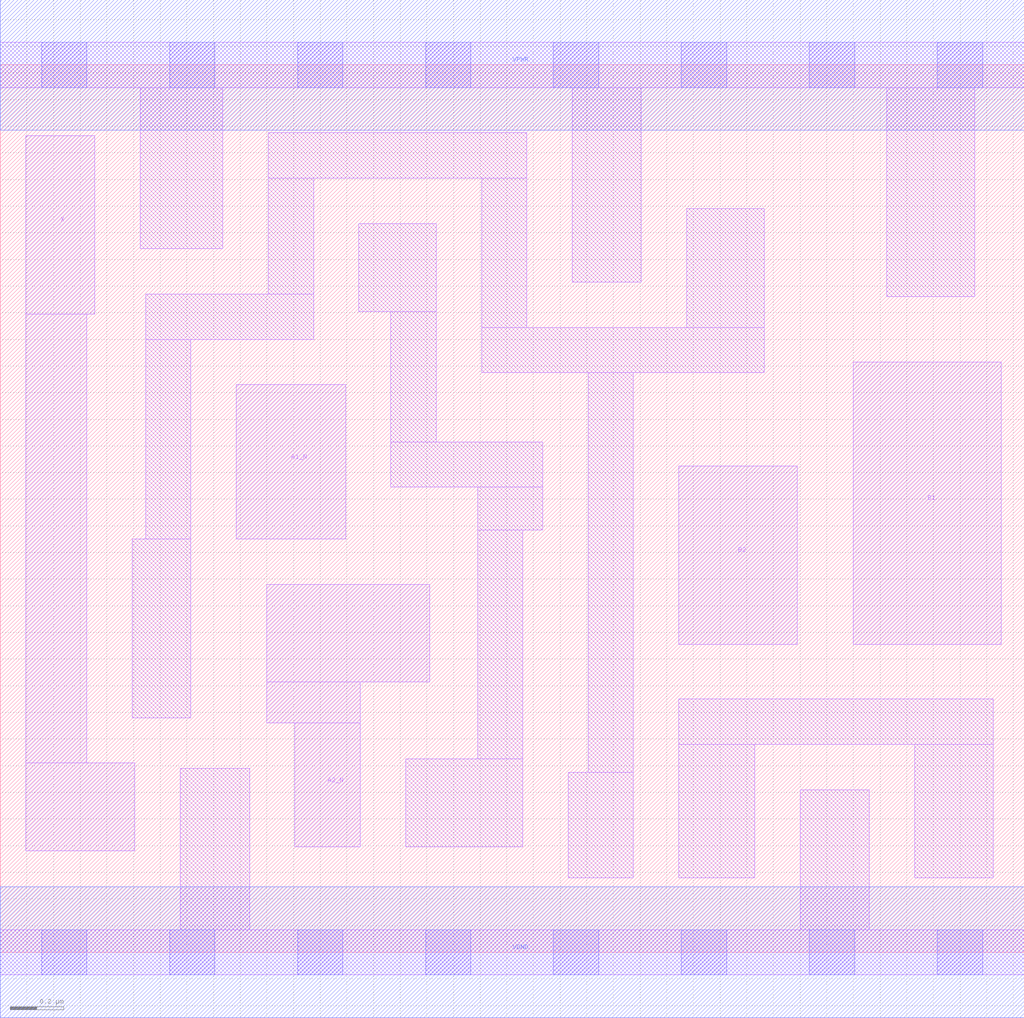
<source format=lef>
# Copyright 2020 The SkyWater PDK Authors
#
# Licensed under the Apache License, Version 2.0 (the "License");
# you may not use this file except in compliance with the License.
# You may obtain a copy of the License at
#
#     https://www.apache.org/licenses/LICENSE-2.0
#
# Unless required by applicable law or agreed to in writing, software
# distributed under the License is distributed on an "AS IS" BASIS,
# WITHOUT WARRANTIES OR CONDITIONS OF ANY KIND, either express or implied.
# See the License for the specific language governing permissions and
# limitations under the License.
#
# SPDX-License-Identifier: Apache-2.0

VERSION 5.7 ;
  NAMESCASESENSITIVE ON ;
  NOWIREEXTENSIONATPIN ON ;
  DIVIDERCHAR "/" ;
  BUSBITCHARS "[]" ;
UNITS
  DATABASE MICRONS 200 ;
END UNITS
MACRO sky130_fd_sc_lp__o2bb2a_0
  CLASS CORE ;
  SOURCE USER ;
  FOREIGN sky130_fd_sc_lp__o2bb2a_0 ;
  ORIGIN  0.000000  0.000000 ;
  SIZE  3.840000 BY  3.330000 ;
  SYMMETRY X Y R90 ;
  SITE unit ;
  PIN A1_N
    ANTENNAGATEAREA  0.126000 ;
    DIRECTION INPUT ;
    USE SIGNAL ;
    PORT
      LAYER li1 ;
        RECT 0.885000 1.550000 1.295000 2.130000 ;
    END
  END A1_N
  PIN A2_N
    ANTENNAGATEAREA  0.126000 ;
    DIRECTION INPUT ;
    USE SIGNAL ;
    PORT
      LAYER li1 ;
        RECT 1.000000 0.860000 1.350000 1.015000 ;
        RECT 1.000000 1.015000 1.610000 1.380000 ;
        RECT 1.105000 0.395000 1.350000 0.860000 ;
    END
  END A2_N
  PIN B1
    ANTENNAGATEAREA  0.126000 ;
    DIRECTION INPUT ;
    USE SIGNAL ;
    PORT
      LAYER li1 ;
        RECT 3.200000 1.155000 3.755000 2.215000 ;
    END
  END B1
  PIN B2
    ANTENNAGATEAREA  0.126000 ;
    DIRECTION INPUT ;
    USE SIGNAL ;
    PORT
      LAYER li1 ;
        RECT 2.545000 1.155000 2.990000 1.825000 ;
    END
  END B2
  PIN X
    ANTENNADIFFAREA  0.280900 ;
    DIRECTION OUTPUT ;
    USE SIGNAL ;
    PORT
      LAYER li1 ;
        RECT 0.095000 0.380000 0.505000 0.710000 ;
        RECT 0.095000 0.710000 0.325000 2.395000 ;
        RECT 0.095000 2.395000 0.355000 3.065000 ;
    END
  END X
  PIN VGND
    DIRECTION INOUT ;
    USE GROUND ;
    PORT
      LAYER met1 ;
        RECT 0.000000 -0.245000 3.840000 0.245000 ;
    END
  END VGND
  PIN VPWR
    DIRECTION INOUT ;
    USE POWER ;
    PORT
      LAYER met1 ;
        RECT 0.000000 3.085000 3.840000 3.575000 ;
    END
  END VPWR
  OBS
    LAYER li1 ;
      RECT 0.000000 -0.085000 3.840000 0.085000 ;
      RECT 0.000000  3.245000 3.840000 3.415000 ;
      RECT 0.495000  0.880000 0.715000 1.550000 ;
      RECT 0.525000  2.640000 0.835000 3.245000 ;
      RECT 0.545000  1.550000 0.715000 2.300000 ;
      RECT 0.545000  2.300000 1.175000 2.470000 ;
      RECT 0.675000  0.085000 0.935000 0.690000 ;
      RECT 1.005000  2.470000 1.175000 2.905000 ;
      RECT 1.005000  2.905000 1.975000 3.075000 ;
      RECT 1.345000  2.405000 1.635000 2.735000 ;
      RECT 1.465000  1.745000 2.035000 1.915000 ;
      RECT 1.465000  1.915000 1.635000 2.405000 ;
      RECT 1.520000  0.395000 1.960000 0.725000 ;
      RECT 1.790000  0.725000 1.960000 1.585000 ;
      RECT 1.790000  1.585000 2.035000 1.745000 ;
      RECT 1.805000  2.175000 2.865000 2.345000 ;
      RECT 1.805000  2.345000 1.975000 2.905000 ;
      RECT 2.130000  0.280000 2.375000 0.675000 ;
      RECT 2.145000  2.515000 2.405000 3.245000 ;
      RECT 2.205000  0.675000 2.375000 2.175000 ;
      RECT 2.545000  0.280000 2.830000 0.780000 ;
      RECT 2.545000  0.780000 3.725000 0.950000 ;
      RECT 2.575000  2.345000 2.865000 2.790000 ;
      RECT 3.000000  0.085000 3.260000 0.610000 ;
      RECT 3.325000  2.460000 3.655000 3.245000 ;
      RECT 3.430000  0.280000 3.725000 0.780000 ;
    LAYER mcon ;
      RECT 0.155000 -0.085000 0.325000 0.085000 ;
      RECT 0.155000  3.245000 0.325000 3.415000 ;
      RECT 0.635000 -0.085000 0.805000 0.085000 ;
      RECT 0.635000  3.245000 0.805000 3.415000 ;
      RECT 1.115000 -0.085000 1.285000 0.085000 ;
      RECT 1.115000  3.245000 1.285000 3.415000 ;
      RECT 1.595000 -0.085000 1.765000 0.085000 ;
      RECT 1.595000  3.245000 1.765000 3.415000 ;
      RECT 2.075000 -0.085000 2.245000 0.085000 ;
      RECT 2.075000  3.245000 2.245000 3.415000 ;
      RECT 2.555000 -0.085000 2.725000 0.085000 ;
      RECT 2.555000  3.245000 2.725000 3.415000 ;
      RECT 3.035000 -0.085000 3.205000 0.085000 ;
      RECT 3.035000  3.245000 3.205000 3.415000 ;
      RECT 3.515000 -0.085000 3.685000 0.085000 ;
      RECT 3.515000  3.245000 3.685000 3.415000 ;
  END
END sky130_fd_sc_lp__o2bb2a_0
END LIBRARY

</source>
